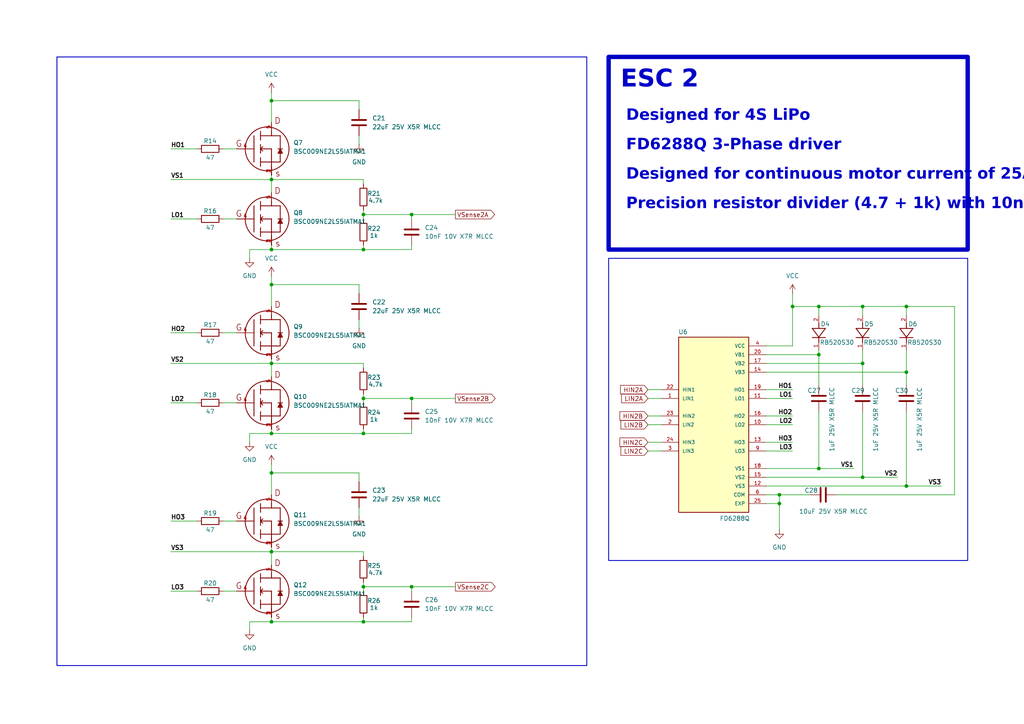
<source format=kicad_sch>
(kicad_sch (version 20250114) (generator "eeschema") (generator_version "9.0")
  (paper "A4")
  (lib_symbols
    (symbol "Device:C" (pin_numbers (hide yes)) (pin_names (offset 0.254))
      (property "Reference" "C" (at 0.635 2.54 0))
      (property "Value" "C" (at 0.635 -2.54 0))
      (symbol "C_0_1"
        (polyline (pts (xy -2.032 0.762) (xy 2.032 0.762)) (stroke (width 0.508)))
        (polyline (pts (xy -2.032 -0.762) (xy 2.032 -0.762)) (stroke (width 0.508)))
      )
      (symbol "C_1_1"
        (pin passive line (at 0 3.81 270) (length 2.794) (name "~") (number "1"))
        (pin passive line (at 0 -3.81 90) (length 2.794) (name "~") (number "2"))
      )
    )
    (symbol "Device:R" (pin_numbers (hide yes)) (pin_names (offset 0))
      (property "Reference" "R" (at 2.032 0 90))
      (property "Value" "R" (at 0 0 90))
      (symbol "R_0_1"
        (rectangle (start -1.016 -2.54) (end 1.016 2.54) (stroke (width 0.254)))
      )
      (symbol "R_1_1"
        (pin passive line (at 0 3.81 270) (length 1.27) (name "~") (number "1"))
        (pin passive line (at 0 -3.81 90) (length 1.27) (name "~") (number "2"))
      )
    )
    (symbol "Drone_components:BSC009NE2LS5IATMA1" (pin_names (offset 1.016))
      (property "Reference" "Q" (at -8.4364 10.4402 0))
      (property "Value" "BSC009NE2LS5IATMA1" (at -8.1775 -13.4343 0))
      (symbol "BSC009NE2LS5IATMA1_0_0"
        (polyline (pts (xy -2.54 3.81) (xy -2.54 -3.81)) (stroke (width 0.254)))
        (polyline (pts (xy -0.635 5.08) (xy -0.635 3.81)) (stroke (width 0.254)))
        (polyline (pts (xy -0.635 3.81) (xy -0.635 2.54)) (stroke (width 0.254)))
        (polyline (pts (xy -0.635 3.81) (xy 2.54 3.81)) (stroke (width 0.254)))
        (polyline (pts (xy -0.635 1.27) (xy -0.635 0)) (stroke (width 0.254)))
        (polyline (pts (xy -0.635 0) (xy -0.635 -1.27)) (stroke (width 0.254)))
        (polyline (pts (xy -0.635 0) (xy 0 0.635)) (stroke (width 0.254)))
        (polyline (pts (xy -0.635 0) (xy 0 -0.635)) (stroke (width 0.254)))
        (polyline (pts (xy -0.635 0) (xy 2.54 0)) (stroke (width 0.254)))
        (polyline (pts (xy -0.635 -2.54) (xy -0.635 -5.08)) (stroke (width 0.254)))
        (polyline (pts (xy -0.635 -3.81) (xy 5.08 -3.81)) (stroke (width 0.254)))
        (circle (center 1.27 0) (radius 6.35) (stroke (width 0.254)))
        (polyline (pts (xy 2.54 3.81) (xy 2.54 5.08)) (stroke (width 0.254)))
        (polyline (pts (xy 2.54 3.81) (xy 5.08 3.81)) (stroke (width 0.254)))
        (polyline (pts (xy 2.54 0) (xy 2.54 -5.08)) (stroke (width 0.254)))
        (polyline (pts (xy 4.445 0) (xy 5.08 0)) (stroke (width 0.254)))
        (polyline (pts (xy 4.445 -1.27) (xy 5.08 -1.27)) (stroke (width 0.254)))
        (polyline (pts (xy 4.628 -1.078) (xy 4.785 -0.921)) (stroke (width 0.254)))
        (polyline (pts (xy 4.785 -0.921) (xy 4.881 -0.921)) (stroke (width 0.254)))
        (polyline (pts (xy 4.866 -1.078) (xy 4.628 -1.078)) (stroke (width 0.254)))
        (polyline (pts (xy 4.894 -1.106) (xy 4.866 -1.078)) (stroke (width 0.254)))
        (polyline (pts (xy 4.908 -0.553) (xy 4.908 -1.092)) (stroke (width 0.254)))
        (polyline (pts (xy 4.908 -1.092) (xy 4.894 -1.106)) (stroke (width 0.254)))
        (polyline (pts (xy 4.976 -0.621) (xy 4.908 -0.553)) (stroke (width 0.254)))
        (polyline (pts (xy 5.08 3.81) (xy 5.08 0)) (stroke (width 0.254)))
        (polyline (pts (xy 5.08 0) (xy 4.445 -1.27)) (stroke (width 0.254)))
        (polyline (pts (xy 5.08 0) (xy 5.715 0)) (stroke (width 0.254)))
        (polyline (pts (xy 5.08 -1.27) (xy 5.715 -1.27)) (stroke (width 0.254)))
        (polyline (pts (xy 5.08 -3.81) (xy 5.08 -1.27)) (stroke (width 0.254)))
        (polyline (pts (xy 5.086 -0.328) (xy 5.086 -1.12)) (stroke (width 0.254)))
        (polyline (pts (xy 5.086 -1.12) (xy 5.099 -1.133)) (stroke (width 0.254)))
        (polyline (pts (xy 5.099 -1.133) (xy 5.502 -1.133)) (stroke (width 0.254)))
        (polyline (pts (xy 5.215 -0.628) (xy 5.222 -0.621)) (stroke (width 0.254)))
        (polyline (pts (xy 5.215 -0.819) (xy 5.215 -0.628)) (stroke (width 0.254)))
        (polyline (pts (xy 5.222 -0.621) (xy 4.976 -0.621)) (stroke (width 0.254)))
        (polyline (pts (xy 5.502 -1.106) (xy 5.215 -0.819)) (stroke (width 0.254)))
        (polyline (pts (xy 5.502 -1.133) (xy 5.502 -1.106)) (stroke (width 0.254)))
        (polyline (pts (xy 5.715 -1.27) (xy 5.08 0)) (stroke (width 0.254)))
        (text "G" (at -7.8948 0.5093 0) (effects (font (size 1.7827 1.7827)) (justify left bottom)))
        (text "D" (at 3.3087 7.1265 0) (effects (font (size 1.7816 1.7816)) (justify left bottom)))
        (text "s" (at 3.559 -8.1349 0) (effects (font (size 1.7795 1.7795)) (justify left bottom)))
        (pin passive line (at -7.62 0 0) (length 5.08) (name "~") (number "4"))
        (pin passive line (at 2.54 7.62 270) (length 2.54) (name "~") (number "5"))
        (pin passive line (at 2.54 -7.62 90) (length 2.54) (name "~") (number "1"))
        (pin passive line (at 2.54 -7.62 90) (length 2.54) (name "~") (number "2"))
        (pin passive line (at 2.54 -7.62 90) (length 2.54) (name "~") (number "3"))
      )
    )
    (symbol "Drone_components:FD6288Q" (pin_names (offset 1.016))
      (property "Reference" "U" (at -10.16 26.035 0))
      (property "Value" "FD6288Q" (at -10.16 -27.94 0))
      (symbol "FD6288Q_0_0"
        (rectangle (start -10.16 -25.4) (end 10.16 25.4) (stroke (width 0.254)) (fill (type background)))
        (pin input line (at -15.24 10.16 0) (length 5.08) (name "HIN1") (number "22"))
        (pin input line (at -15.24 7.62 0) (length 5.08) (name "LIN1") (number "1"))
        (pin input line (at -15.24 2.54 0) (length 5.08) (name "HIN2") (number "23"))
        (pin input line (at -15.24 0 0) (length 5.08) (name "LIN2") (number "2"))
        (pin input line (at -15.24 -5.08 0) (length 5.08) (name "HIN3") (number "24"))
        (pin input line (at -15.24 -7.62 0) (length 5.08) (name "LIN3") (number "3"))
        (pin power_in line (at 15.24 22.86 180) (length 5.08) (name "VCC") (number "4"))
        (pin power_in line (at 15.24 20.32 180) (length 5.08) (name "VB1") (number "20"))
        (pin power_in line (at 15.24 17.78 180) (length 5.08) (name "VB2") (number "17"))
        (pin power_in line (at 15.24 15.24 180) (length 5.08) (name "VB3") (number "14"))
        (pin output line (at 15.24 10.16 180) (length 5.08) (name "HO1") (number "19"))
        (pin output line (at 15.24 7.62 180) (length 5.08) (name "LO1") (number "11"))
        (pin output line (at 15.24 2.54 180) (length 5.08) (name "HO2") (number "16"))
        (pin output line (at 15.24 0 180) (length 5.08) (name "LO2") (number "10"))
        (pin output line (at 15.24 -5.08 180) (length 5.08) (name "HO3") (number "13"))
        (pin output line (at 15.24 -7.62 180) (length 5.08) (name "LO3") (number "9"))
        (pin power_in line (at 15.24 -12.7 180) (length 5.08) (name "VS1") (number "18"))
        (pin power_in line (at 15.24 -15.24 180) (length 5.08) (name "VS2") (number "15"))
        (pin power_in line (at 15.24 -17.78 180) (length 5.08) (name "VS3") (number "12"))
        (pin power_in line (at 15.24 -20.32 180) (length 5.08) (name "COM") (number "6"))
        (pin power_in line (at 15.24 -22.86 180) (length 5.08) (name "EXP") (number "25"))
      )
    )
    (symbol "Drone_components:RB520S30" (pin_names (offset 1.016))
      (property "Reference" "D" (at -2.541 2.541 0))
      (property "Value" "RB520S30" (at -2.544 -5.0881 0))
      (symbol "RB520S30_0_0"
        (polyline (pts (xy -1.397 0) (xy -2.794 0)) (stroke (width 0.254)))
        (polyline (pts (xy -1.397 -1.905) (xy -1.397 1.905)) (stroke (width 0.254)))
        (polyline (pts (xy -1.27 0) (xy 1.27 -1.905)) (stroke (width 0.254)))
        (polyline (pts (xy 1.27 1.905) (xy -1.27 0)) (stroke (width 0.254)))
        (polyline (pts (xy 1.27 -1.905) (xy 1.27 1.905)) (stroke (width 0.254)))
        (polyline (pts (xy 1.397 0) (xy 2.794 0)) (stroke (width 0.254)))
        (pin passive line (at -5.08 0 0) (length 2.54) (name "~") (number "1"))
        (pin passive line (at 5.08 0 180) (length 2.54) (name "~") (number "2"))
      )
    )
    (symbol "power:GND" (power) (pin_numbers (hide yes)) (pin_names (offset 0) (hide yes))
      (property "Value" "GND" (at 0 -3.81 0))
      (symbol "GND_0_1"
        (polyline (pts (xy 0 0) (xy 0 -1.27) (xy 1.27 -1.27) (xy 0 -2.54) (xy -1.27 -1.27) (xy 0 -1.27)))
      )
      (symbol "GND_1_1"
        (pin power_in line (at 0 0 270) (length 0) (name "~") (number "1"))
      )
    )
    (symbol "power:VCC" (power) (pin_numbers (hide yes)) (pin_names (offset 0) (hide yes))
      (property "Value" "VCC" (at 0 3.556 0))
      (symbol "VCC_0_1"
        (polyline (pts (xy -0.762 1.27) (xy 0 2.54)))
        (polyline (pts (xy 0 2.54) (xy 0.762 1.27)))
        (polyline (pts (xy 0 0) (xy 0 2.54)))
      )
      (symbol "VCC_1_1"
        (pin power_in line (at 0 0 90) (length 0) (name "~") (number "1"))
      )
    )
  )
  (rectangle (start 176.53 16.51) (end 280.67 72.39) (stroke (width 1.27)))
  (rectangle (start 16.51 16.51) (end 170.18 193.04) (stroke (width 0.254)))
  (rectangle (start 176.53 74.93) (end 280.67 162.56) (stroke (width 0.254)))
  (text_box "ESC 2\n_{ Designed for 4S LiPo}\n_{ FD6288Q 3-Phase driver}\n_{ Designed for continuous motor current of 25A ( 30A max )}\n_{ Precision resistor divider (4.7 + 1k) with 10nF filter}" (at 179.07 19.05 0) (size 95.25 48.26) (margins 0.9525 0.9525 0.9525 0.9525) (stroke (width -0.0001)) (effects (font (size 5.08 5.08) (bold yes)) (justify left top)))
  (junction (at 78.74 125.73))
  (junction (at 262.89 107.95))
  (junction (at 119.38 115.57))
  (junction (at 78.74 105.41))
  (junction (at 105.41 170.18))
  (junction (at 250.19 105.41))
  (junction (at 78.74 137.16))
  (junction (at 226.06 143.51))
  (junction (at 226.06 146.05))
  (junction (at 105.41 115.57))
  (junction (at 78.74 82.55))
  (junction (at 237.49 88.9))
  (junction (at 119.38 62.23))
  (junction (at 78.74 29.21))
  (junction (at 262.89 140.97))
  (junction (at 229.87 88.9))
  (junction (at 250.19 138.43))
  (junction (at 237.49 102.87))
  (junction (at 78.74 160.02))
  (junction (at 105.41 125.73))
  (junction (at 78.74 72.39))
  (junction (at 237.49 135.89))
  (junction (at 119.38 170.18))
  (junction (at 250.19 88.9))
  (junction (at 105.41 62.23))
  (junction (at 262.89 88.9))
  (junction (at 78.74 180.34))
  (junction (at 78.74 52.07))
  (junction (at 105.41 180.34))
  (junction (at 105.41 72.39))
  (wire (pts (xy 250.19 105.41) (xy 250.19 111.76)))
  (wire (pts (xy 237.49 101.6) (xy 237.49 102.87)))
  (wire (pts (xy 226.06 143.51) (xy 226.06 146.05)))
  (wire (pts (xy 105.41 179.07) (xy 105.41 180.34)))
  (wire (pts (xy 78.74 82.55) (xy 78.74 88.9)))
  (wire (pts (xy 105.41 62.23) (xy 105.41 63.5)))
  (wire (pts (xy 105.41 52.07) (xy 105.41 53.34)))
  (wire (pts (xy 262.89 107.95) (xy 262.89 101.6)))
  (wire (pts (xy 226.06 153.67) (xy 226.06 146.05)))
  (wire (pts (xy 105.41 71.12) (xy 105.41 72.39)))
  (wire (pts (xy 78.74 29.21) (xy 78.74 35.56)))
  (wire (pts (xy 78.74 105.41) (xy 105.41 105.41)))
  (wire (pts (xy 104.14 92.71) (xy 104.14 95.25)))
  (wire (pts (xy 250.19 138.43) (xy 260.35 138.43)))
  (wire (pts (xy 104.14 139.7) (xy 104.14 137.16)))
  (wire (pts (xy 78.74 80.01) (xy 78.74 82.55)))
  (wire (pts (xy 64.77 96.52) (xy 68.58 96.52)))
  (wire (pts (xy 49.53 43.18) (xy 57.15 43.18)))
  (wire (pts (xy 222.25 115.57) (xy 229.87 115.57)))
  (wire (pts (xy 105.41 105.41) (xy 105.41 106.68)))
  (wire (pts (xy 72.39 182.88) (xy 72.39 180.34)))
  (wire (pts (xy 262.89 140.97) (xy 222.25 140.97)))
  (wire (pts (xy 222.25 105.41) (xy 250.19 105.41)))
  (wire (pts (xy 104.14 39.37) (xy 104.14 41.91)))
  (wire (pts (xy 78.74 50.8) (xy 78.74 52.07)))
  (wire (pts (xy 262.89 88.9) (xy 276.86 88.9)))
  (wire (pts (xy 234.95 143.51) (xy 226.06 143.51)))
  (wire (pts (xy 119.38 71.12) (xy 119.38 72.39)))
  (wire (pts (xy 105.41 115.57) (xy 105.41 116.84)))
  (wire (pts (xy 72.39 74.93) (xy 72.39 72.39)))
  (wire (pts (xy 64.77 151.13) (xy 68.58 151.13)))
  (wire (pts (xy 119.38 179.07) (xy 119.38 180.34)))
  (wire (pts (xy 104.14 85.09) (xy 104.14 82.55)))
  (wire (pts (xy 187.96 130.81) (xy 191.77 130.81)))
  (wire (pts (xy 237.49 135.89) (xy 247.65 135.89)))
  (wire (pts (xy 229.87 85.09) (xy 229.87 88.9)))
  (wire (pts (xy 104.14 31.75) (xy 104.14 29.21)))
  (wire (pts (xy 237.49 135.89) (xy 237.49 119.38)))
  (wire (pts (xy 72.39 125.73) (xy 78.74 125.73)))
  (wire (pts (xy 119.38 115.57) (xy 132.08 115.57)))
  (wire (pts (xy 78.74 71.12) (xy 78.74 72.39)))
  (wire (pts (xy 78.74 160.02) (xy 78.74 163.83)))
  (wire (pts (xy 250.19 119.38) (xy 250.19 138.43)))
  (wire (pts (xy 250.19 91.44) (xy 250.19 88.9)))
  (wire (pts (xy 105.41 124.46) (xy 105.41 125.73)))
  (wire (pts (xy 119.38 170.18) (xy 132.08 170.18)))
  (wire (pts (xy 222.25 120.65) (xy 229.87 120.65)))
  (wire (pts (xy 222.25 123.19) (xy 229.87 123.19)))
  (wire (pts (xy 78.74 137.16) (xy 78.74 143.51)))
  (wire (pts (xy 119.38 171.45) (xy 119.38 170.18)))
  (wire (pts (xy 72.39 180.34) (xy 78.74 180.34)))
  (wire (pts (xy 78.74 52.07) (xy 78.74 55.88)))
  (wire (pts (xy 276.86 88.9) (xy 276.86 143.51)))
  (wire (pts (xy 78.74 160.02) (xy 105.41 160.02)))
  (wire (pts (xy 78.74 104.14) (xy 78.74 105.41)))
  (wire (pts (xy 187.96 120.65) (xy 191.77 120.65)))
  (wire (pts (xy 49.53 151.13) (xy 57.15 151.13)))
  (wire (pts (xy 250.19 88.9) (xy 237.49 88.9)))
  (wire (pts (xy 222.25 128.27) (xy 229.87 128.27)))
  (wire (pts (xy 49.53 63.5) (xy 57.15 63.5)))
  (wire (pts (xy 78.74 180.34) (xy 105.41 180.34)))
  (wire (pts (xy 105.41 114.3) (xy 105.41 115.57)))
  (wire (pts (xy 78.74 158.75) (xy 78.74 160.02)))
  (wire (pts (xy 237.49 102.87) (xy 237.49 111.76)))
  (wire (pts (xy 72.39 72.39) (xy 78.74 72.39)))
  (wire (pts (xy 237.49 91.44) (xy 237.49 88.9)))
  (wire (pts (xy 226.06 146.05) (xy 222.25 146.05)))
  (wire (pts (xy 119.38 72.39) (xy 105.41 72.39)))
  (wire (pts (xy 78.74 29.21) (xy 104.14 29.21)))
  (wire (pts (xy 78.74 124.46) (xy 78.74 125.73)))
  (wire (pts (xy 250.19 105.41) (xy 250.19 101.6)))
  (wire (pts (xy 64.77 171.45) (xy 68.58 171.45)))
  (wire (pts (xy 119.38 125.73) (xy 105.41 125.73)))
  (wire (pts (xy 262.89 107.95) (xy 262.89 111.76)))
  (wire (pts (xy 104.14 147.32) (xy 104.14 149.86)))
  (wire (pts (xy 105.41 60.96) (xy 105.41 62.23)))
  (wire (pts (xy 49.53 105.41) (xy 78.74 105.41)))
  (wire (pts (xy 105.41 62.23) (xy 119.38 62.23)))
  (wire (pts (xy 187.96 113.03) (xy 191.77 113.03)))
  (wire (pts (xy 119.38 62.23) (xy 132.08 62.23)))
  (wire (pts (xy 119.38 180.34) (xy 105.41 180.34)))
  (wire (pts (xy 250.19 138.43) (xy 222.25 138.43)))
  (wire (pts (xy 262.89 119.38) (xy 262.89 140.97)))
  (wire (pts (xy 105.41 168.91) (xy 105.41 170.18)))
  (wire (pts (xy 222.25 102.87) (xy 237.49 102.87)))
  (wire (pts (xy 78.74 82.55) (xy 104.14 82.55)))
  (wire (pts (xy 78.74 179.07) (xy 78.74 180.34)))
  (wire (pts (xy 78.74 52.07) (xy 105.41 52.07)))
  (wire (pts (xy 187.96 115.57) (xy 191.77 115.57)))
  (wire (pts (xy 262.89 91.44) (xy 262.89 88.9)))
  (wire (pts (xy 49.53 96.52) (xy 57.15 96.52)))
  (wire (pts (xy 262.89 140.97) (xy 273.05 140.97)))
  (wire (pts (xy 78.74 26.67) (xy 78.74 29.21)))
  (wire (pts (xy 222.25 107.95) (xy 262.89 107.95)))
  (wire (pts (xy 229.87 88.9) (xy 237.49 88.9)))
  (wire (pts (xy 229.87 88.9) (xy 229.87 100.33)))
  (wire (pts (xy 222.25 135.89) (xy 237.49 135.89)))
  (wire (pts (xy 262.89 88.9) (xy 250.19 88.9)))
  (wire (pts (xy 78.74 72.39) (xy 105.41 72.39)))
  (wire (pts (xy 222.25 130.81) (xy 229.87 130.81)))
  (wire (pts (xy 222.25 113.03) (xy 229.87 113.03)))
  (wire (pts (xy 78.74 134.62) (xy 78.74 137.16)))
  (wire (pts (xy 119.38 63.5) (xy 119.38 62.23)))
  (wire (pts (xy 49.53 52.07) (xy 78.74 52.07)))
  (wire (pts (xy 105.41 170.18) (xy 105.41 171.45)))
  (wire (pts (xy 187.96 128.27) (xy 191.77 128.27)))
  (wire (pts (xy 226.06 143.51) (xy 222.25 143.51)))
  (wire (pts (xy 119.38 124.46) (xy 119.38 125.73)))
  (wire (pts (xy 187.96 123.19) (xy 191.77 123.19)))
  (wire (pts (xy 78.74 105.41) (xy 78.74 109.22)))
  (wire (pts (xy 64.77 116.84) (xy 68.58 116.84)))
  (wire (pts (xy 105.41 170.18) (xy 119.38 170.18)))
  (wire (pts (xy 276.86 143.51) (xy 242.57 143.51)))
  (wire (pts (xy 105.41 115.57) (xy 119.38 115.57)))
  (wire (pts (xy 78.74 137.16) (xy 104.14 137.16)))
  (wire (pts (xy 105.41 160.02) (xy 105.41 161.29)))
  (wire (pts (xy 78.74 125.73) (xy 105.41 125.73)))
  (wire (pts (xy 64.77 43.18) (xy 68.58 43.18)))
  (wire (pts (xy 72.39 128.27) (xy 72.39 125.73)))
  (wire (pts (xy 49.53 116.84) (xy 57.15 116.84)))
  (wire (pts (xy 222.25 100.33) (xy 229.87 100.33)))
  (wire (pts (xy 119.38 116.84) (xy 119.38 115.57)))
  (wire (pts (xy 49.53 171.45) (xy 57.15 171.45)))
  (wire (pts (xy 64.77 63.5) (xy 68.58 63.5)))
  (wire (pts (xy 49.53 160.02) (xy 78.74 160.02)))
  (label "HO1" (at 49.53 43.18 0) (effects (font (thickness 0.254) (bold yes))))
  (label "HO3" (at 49.53 151.13 0) (effects (font (thickness 0.254) (bold yes))))
  (label "LO1" (at 229.87 115.57 180) (effects (font (thickness 0.254) (bold yes))))
  (label "VS3" (at 273.05 140.97 180) (effects (font (thickness 0.254) (bold yes))))
  (label "VS1" (at 49.53 52.07 0) (effects (font (thickness 0.254) (bold yes))))
  (label "LO2" (at 229.87 123.19 180) (effects (font (thickness 0.254) (bold yes))))
  (label "VS2" (at 260.35 138.43 180) (effects (font (thickness 0.254) (bold yes))))
  (label "VS2" (at 49.53 105.41 0) (effects (font (thickness 0.254) (bold yes))))
  (label "VS1" (at 247.65 135.89 180) (effects (font (thickness 0.254) (bold yes))))
  (label "HO3" (at 229.87 128.27 180) (effects (font (thickness 0.254) (bold yes))))
  (label "HO1" (at 229.87 113.03 180) (effects (font (thickness 0.254) (bold yes))))
  (label "LO2" (at 49.53 116.84 0) (effects (font (thickness 0.254) (bold yes))))
  (label "VS3" (at 49.53 160.02 0) (effects (font (thickness 0.254) (bold yes))))
  (label "LO1" (at 49.53 63.5 0) (effects (font (thickness 0.254) (bold yes))))
  (label "LO3" (at 49.53 171.45 0) (effects (font (thickness 0.254) (bold yes))))
  (label "HO2" (at 49.53 96.52 0) (effects (font (thickness 0.254) (bold yes))))
  (label "HO2" (at 229.87 120.65 180) (effects (font (thickness 0.254) (bold yes))))
  (label "LO3" (at 229.87 130.81 180) (effects (font (thickness 0.254) (bold yes))))
  (global_label "VSense2A" (shape output) (at 132.08 62.23 0) (property "Intersheetrefs" "${INTERSHEET_REFS}" (effects (hide yes))))
  (global_label "VSense2C" (shape output) (at 132.08 170.18 0) (property "Intersheetrefs" "${INTERSHEET_REFS}" (effects (hide yes))))
  (global_label "VSense2B" (shape output) (at 132.08 115.57 0) (property "Intersheetrefs" "${INTERSHEET_REFS}" (effects (hide yes))))
  (global_label "LIN2A" (shape input) (at 187.96 115.57 180) (property "Intersheetrefs" "${INTERSHEET_REFS}" (effects (hide yes))))
  (global_label "HIN2B" (shape input) (at 187.96 120.65 180) (property "Intersheetrefs" "${INTERSHEET_REFS}" (effects (hide yes))))
  (global_label "HIN2C" (shape input) (at 187.96 128.27 180) (property "Intersheetrefs" "${INTERSHEET_REFS}" (effects (hide yes))))
  (global_label "HIN2A" (shape input) (at 187.96 113.03 180) (property "Intersheetrefs" "${INTERSHEET_REFS}" (effects (hide yes))))
  (global_label "LIN2C" (shape input) (at 187.96 130.81 180) (property "Intersheetrefs" "${INTERSHEET_REFS}" (effects (hide yes))))
  (global_label "LIN2B" (shape input) (at 187.96 123.19 180) (property "Intersheetrefs" "${INTERSHEET_REFS}" (effects (hide yes))))
  (symbol (lib_id "Device:C") (at 119.38 67.31 0) (unit 1)
    (property "Reference" "C24" (at 123.19 66.0399 0) (effects (justify left)))
    (property "Value" "10nF 10V X7R MLCC" (at 123.19 68.5799 0) (effects (justify left)))
    (property "Footprint" "Capacitor_SMD:C_0402_1005Metric" (effects (hide yes)))
    (property "Description" "Unpolarized capacitor" (effects (hide yes)))
    (property "JLCPCB part" "C15195" (effects (hide yes)))
  )
  (symbol (lib_id "Device:C") (at 119.38 120.65 0) (unit 1)
    (property "Reference" "C25" (at 123.19 119.3799 0) (effects (justify left)))
    (property "Value" "10nF 10V X7R MLCC" (at 123.19 121.9199 0) (effects (justify left)))
    (property "Footprint" "Capacitor_SMD:C_0402_1005Metric" (effects (hide yes)))
    (property "Description" "Unpolarized capacitor" (effects (hide yes)))
    (property "JLCPCB part" "C15195" (effects (hide yes)))
  )
  (symbol (lib_id "Device:C") (at 104.14 143.51 0) (unit 1)
    (property "Reference" "C23" (at 107.95 142.2399 0) (effects (justify left)))
    (property "Value" "22uF 25V X5R MLCC" (at 107.95 144.7799 0) (effects (justify left)))
    (property "Footprint" "Capacitor_SMD:C_0805_2012Metric" (effects (hide yes)))
    (property "Description" "Unpolarized capacitor" (effects (hide yes)))
    (property "JLCPCB part" "C45783" (effects (hide yes)))
  )
  (symbol (lib_id "Drone_components:RB520S30") (at 262.89 96.52 90) (unit 1)
    (property "Reference" "D6" (at 263.398 93.98 90) (effects (justify right)))
    (property "Value" "RB520S30" (at 263.144 99.314 90) (effects (justify right)))
    (property "Footprint" "Drone_components:RB520S30" (effects (hide yes)))
    (property "MANUFACTURER" "Fairchild Semiconductor" (effects (hide yes)))
    (property "JLCPCB part" "C8522" (effects (hide yes)))
  )
  (symbol (lib_id "Device:R") (at 105.41 175.26 180) (unit 1)
    (property "Reference" "R26" (at 108.458 174.244 0))
    (property "Value" "1k" (at 108.458 176.276 0))
    (property "Footprint" "Resistor_SMD:R_0402_1005Metric" (effects (hide yes)))
    (property "Description" "Resistor" (effects (hide yes)))
    (property "JLCPCB part" "C11702" (effects (hide yes)))
  )
  (symbol (lib_id "Device:R") (at 105.41 165.1 180) (unit 1)
    (property "Reference" "R25" (at 108.458 164.084 0))
    (property "Value" "4.7k" (at 108.966 166.116 0))
    (property "Footprint" "Resistor_SMD:R_0402_1005Metric" (effects (hide yes)))
    (property "Description" "Resistor" (effects (hide yes)))
    (property "JLCPCB part" "C25900" (effects (hide yes)))
  )
  (symbol (lib_id "power:VCC") (at 229.87 85.09 0) (unit 1)
    (property "Reference" "#PWR041" (effects (hide yes)))
    (property "Value" "VCC" (at 229.87 80.01 0))
    (property "Description" "Power symbol creates a global label with name \"VCC\"" (effects (hide yes)))
  )
  (symbol (lib_id "Device:R") (at 105.41 120.65 180) (unit 1)
    (property "Reference" "R24" (at 108.458 119.634 0))
    (property "Value" "1k" (at 108.458 121.666 0))
    (property "Footprint" "Resistor_SMD:R_0402_1005Metric" (effects (hide yes)))
    (property "Description" "Resistor" (effects (hide yes)))
    (property "JLCPCB part" "C11702" (effects (hide yes)))
  )
  (symbol (lib_id "Device:C") (at 237.49 115.57 0) (unit 1)
    (property "Reference" "C27" (at 234.188 113.284 0) (effects (justify left)))
    (property "Value" "1uF 25V X5R MLCC" (at 241.3 131.064 90) (effects (justify left)))
    (property "Footprint" "Capacitor_SMD:C_0402_1005Metric" (effects (hide yes)))
    (property "Datasheet" "https://lcsc.com/datasheet/lcsc_datasheet_2304140030_Samsung-Electro-Mechanics-CL32B226KAJNNNE_C309062.pdf" (effects (hide yes)))
    (property "Description" "Unpolarized capacitor" (effects (hide yes)))
    (property "JLCPCB part" "C52923 " (effects (hide yes)))
  )
  (symbol (lib_id "Device:R") (at 60.96 151.13 90) (unit 1)
    (property "Reference" "R19" (at 60.96 148.844 90))
    (property "Value" "47" (at 60.96 153.67 90))
    (property "Footprint" "Resistor_SMD:R_0402_1005Metric" (effects (hide yes)))
    (property "Description" "Resistor" (effects (hide yes)))
    (property "JLCPCB part" "C25105" (effects (hide yes)))
  )
  (symbol (lib_id "Device:C") (at 119.38 175.26 0) (unit 1)
    (property "Reference" "C26" (at 123.19 173.9899 0) (effects (justify left)))
    (property "Value" "10nF 10V X7R MLCC" (at 123.19 176.5299 0) (effects (justify left)))
    (property "Footprint" "Capacitor_SMD:C_0402_1005Metric" (effects (hide yes)))
    (property "Description" "Unpolarized capacitor" (effects (hide yes)))
    (property "JLCPCB part" "C15195" (effects (hide yes)))
  )
  (symbol (lib_id "power:GND") (at 72.39 128.27 0) (unit 1)
    (property "Reference" "#PWR032" (effects (hide yes)))
    (property "Value" "GND" (at 72.39 133.35 0))
    (property "Description" "Power symbol creates a global label with name \"GND\" , ground" (effects (hide yes)))
  )
  (symbol (lib_id "Drone_components:BSC009NE2LS5IATMA1") (at 76.2 96.52 0) (unit 1)
    (property "Reference" "Q9" (at 85.09 94.7371 0) (effects (justify left)))
    (property "Value" "BSC009NE2LS5IATMA1" (at 85.09 97.2771 0) (effects (justify left)))
    (property "Footprint" "Drone_components:BSC093N04LSGATMA1" (effects (hide yes)))
    (property "Description" "MOSFET N-CH 25V 40A 8TDSON IND" (effects (hide yes)))
    (property "MF" "Infineon Technologies" (effects (hide yes)))
    (property "PACKAGE" "PowerTDFN-8 Infineon" (effects (hide yes)))
    (property "PRICE" "1.32 USD" (effects (hide yes)))
    (property "MP" "BSC009NE2LS5IATMA1" (effects (hide yes)))
    (property "AVAILABILITY" "Good" (effects (hide yes)))
    (property "JLCPCB part" "C122543" (effects (hide yes)))
  )
  (symbol (lib_id "Device:R") (at 105.41 57.15 180) (unit 1)
    (property "Reference" "R21" (at 108.458 56.134 0))
    (property "Value" "4.7k" (at 108.966 58.166 0))
    (property "Footprint" "Resistor_SMD:R_0402_1005Metric" (effects (hide yes)))
    (property "Description" "Resistor" (effects (hide yes)))
    (property "JLCPCB part" "C25900" (effects (hide yes)))
  )
  (symbol (lib_id "Device:R") (at 105.41 110.49 180) (unit 1)
    (property "Reference" "R23" (at 108.458 109.474 0))
    (property "Value" "4.7k" (at 108.966 111.506 0))
    (property "Footprint" "Resistor_SMD:R_0402_1005Metric" (effects (hide yes)))
    (property "Description" "Resistor" (effects (hide yes)))
    (property "JLCPCB part" "C25900" (effects (hide yes)))
  )
  (symbol (lib_id "Drone_components:FD6288Q") (at 207.01 123.19 0) (unit 1)
    (property "Reference" "U6" (at 198.12 96.266 0))
    (property "Value" "FD6288Q" (at 213.106 150.368 0))
    (property "Footprint" "Drone_components:FD6288Q" (effects (hide yes)))
    (property "MF" "Fortior Tech" (effects (hide yes)))
    (property "Description_1" "MOS Drivers QFN-24" (effects (hide yes)))
    (property "Package" "Package" (effects (hide yes)))
    (property "Price" "None" (effects (hide yes)))
    (property "Check_prices" "https://www.snapeda.com/parts/FD6288Q/Fortior+Tech/view-part/?ref=eda" (effects (hide yes)))
    (property "STANDARD" "IPC-7351B" (effects (hide yes)))
    (property "SnapEDA_Link" "https://www.snapeda.com/parts/FD6288Q/Fortior+Tech/view-part/?ref=snap" (effects (hide yes)))
    (property "MP" "FD6288Q" (effects (hide yes)))
    (property "Availability" "Not in stock" (effects (hide yes)))
    (property "MANUFACTURER" "Fortior Tech" (effects (hide yes)))
    (property "JLCPCB part" "C328453" (effects (hide yes)))
  )
  (symbol (lib_id "Drone_components:BSC009NE2LS5IATMA1") (at 76.2 151.13 0) (unit 1)
    (property "Reference" "Q11" (at 85.09 149.3471 0) (effects (justify left)))
    (property "Value" "BSC009NE2LS5IATMA1" (at 85.09 151.8871 0) (effects (justify left)))
    (property "Footprint" "Drone_components:BSC093N04LSGATMA1" (effects (hide yes)))
    (property "Description" "MOSFET N-CH 25V 40A 8TDSON IND" (effects (hide yes)))
    (property "MF" "Infineon Technologies" (effects (hide yes)))
    (property "PACKAGE" "PowerTDFN-8 Infineon" (effects (hide yes)))
    (property "PRICE" "1.32 USD" (effects (hide yes)))
    (property "MP" "BSC009NE2LS5IATMA1" (effects (hide yes)))
    (property "AVAILABILITY" "Good" (effects (hide yes)))
    (property "JLCPCB part" "C122543" (effects (hide yes)))
  )
  (symbol (lib_id "power:GND") (at 104.14 149.86 0) (unit 1)
    (property "Reference" "#PWR039" (effects (hide yes)))
    (property "Value" "GND" (at 104.14 154.94 0))
    (property "Description" "Power symbol creates a global label with name \"GND\" , ground" (effects (hide yes)))
  )
  (symbol (lib_id "Drone_components:BSC009NE2LS5IATMA1") (at 76.2 116.84 0) (unit 1)
    (property "Reference" "Q10" (at 85.09 115.0571 0) (effects (justify left)))
    (property "Value" "BSC009NE2LS5IATMA1" (at 85.09 117.5971 0) (effects (justify left)))
    (property "Footprint" "Drone_components:BSC093N04LSGATMA1" (effects (hide yes)))
    (property "Description" "MOSFET N-CH 25V 40A 8TDSON IND" (effects (hide yes)))
    (property "MF" "Infineon Technologies" (effects (hide yes)))
    (property "PACKAGE" "PowerTDFN-8 Infineon" (effects (hide yes)))
    (property "PRICE" "1.32 USD" (effects (hide yes)))
    (property "MP" "BSC009NE2LS5IATMA1" (effects (hide yes)))
    (property "AVAILABILITY" "Good" (effects (hide yes)))
    (property "JLCPCB part" "C122543" (effects (hide yes)))
  )
  (symbol (lib_id "Device:C") (at 262.89 115.57 0) (unit 1)
    (property "Reference" "C30" (at 259.588 113.284 0) (effects (justify left)))
    (property "Value" "1uF 25V X5R MLCC" (at 266.7 131.064 90) (effects (justify left)))
    (property "Footprint" "Capacitor_SMD:C_0402_1005Metric" (effects (hide yes)))
    (property "Datasheet" "https://lcsc.com/datasheet/lcsc_datasheet_2304140030_Samsung-Electro-Mechanics-CL32B226KAJNNNE_C309062.pdf" (effects (hide yes)))
    (property "Description" "Unpolarized capacitor" (effects (hide yes)))
    (property "JLCPCB part" "C52923 " (effects (hide yes)))
  )
  (symbol (lib_id "power:VCC") (at 78.74 26.67 0) (unit 1)
    (property "Reference" "#PWR034" (effects (hide yes)))
    (property "Value" "VCC" (at 78.74 21.59 0))
    (property "Description" "Power symbol creates a global label with name \"VCC\"" (effects (hide yes)))
  )
  (symbol (lib_id "Drone_components:RB520S30") (at 250.19 96.52 90) (unit 1)
    (property "Reference" "D5" (at 250.698 93.98 90) (effects (justify right)))
    (property "Value" "RB520S30" (at 250.444 99.314 90) (effects (justify right)))
    (property "Footprint" "Drone_components:RB520S30" (effects (hide yes)))
    (property "MANUFACTURER" "Fairchild Semiconductor" (effects (hide yes)))
    (property "JLCPCB part" "C8522" (effects (hide yes)))
  )
  (symbol (lib_id "Device:C") (at 104.14 88.9 0) (unit 1)
    (property "Reference" "C22" (at 107.95 87.6299 0) (effects (justify left)))
    (property "Value" "22uF 25V X5R MLCC" (at 107.95 90.1699 0) (effects (justify left)))
    (property "Footprint" "Capacitor_SMD:C_0805_2012Metric" (effects (hide yes)))
    (property "Description" "Unpolarized capacitor" (effects (hide yes)))
    (property "JLCPCB part" "C45783" (effects (hide yes)))
  )
  (symbol (lib_id "Device:C") (at 250.19 115.57 0) (unit 1)
    (property "Reference" "C29" (at 246.888 113.284 0) (effects (justify left)))
    (property "Value" "1uF 25V X5R MLCC" (at 254 131.064 90) (effects (justify left)))
    (property "Footprint" "Capacitor_SMD:C_0402_1005Metric" (effects (hide yes)))
    (property "Datasheet" "https://lcsc.com/datasheet/lcsc_datasheet_2304140030_Samsung-Electro-Mechanics-CL32B226KAJNNNE_C309062.pdf" (effects (hide yes)))
    (property "Description" "Unpolarized capacitor" (effects (hide yes)))
    (property "JLCPCB part" "C52923 " (effects (hide yes)))
  )
  (symbol (lib_id "power:GND") (at 226.06 153.67 0) (unit 1)
    (property "Reference" "#PWR040" (effects (hide yes)))
    (property "Value" "GND" (at 226.06 158.75 0))
    (property "Description" "Power symbol creates a global label with name \"GND\" , ground" (effects (hide yes)))
  )
  (symbol (lib_id "Device:R") (at 105.41 67.31 180) (unit 1)
    (property "Reference" "R22" (at 108.458 66.294 0))
    (property "Value" "1k" (at 108.458 68.326 0))
    (property "Footprint" "Resistor_SMD:R_0402_1005Metric" (effects (hide yes)))
    (property "Description" "Resistor" (effects (hide yes)))
    (property "JLCPCB part" "C11702" (effects (hide yes)))
  )
  (symbol (lib_id "power:VCC") (at 78.74 134.62 0) (unit 1)
    (property "Reference" "#PWR036" (effects (hide yes)))
    (property "Value" "VCC" (at 78.74 129.54 0))
    (property "Description" "Power symbol creates a global label with name \"VCC\"" (effects (hide yes)))
  )
  (symbol (lib_id "Drone_components:BSC009NE2LS5IATMA1") (at 76.2 43.18 0) (unit 1)
    (property "Reference" "Q7" (at 85.09 41.3971 0) (effects (justify left)))
    (property "Value" "BSC009NE2LS5IATMA1" (at 85.09 43.9371 0) (effects (justify left)))
    (property "Footprint" "Drone_components:BSC093N04LSGATMA1" (effects (hide yes)))
    (property "Description" "MOSFET N-CH 25V 40A 8TDSON IND" (effects (hide yes)))
    (property "MF" "Infineon Technologies" (effects (hide yes)))
    (property "PACKAGE" "PowerTDFN-8 Infineon" (effects (hide yes)))
    (property "PRICE" "1.32 USD" (effects (hide yes)))
    (property "MP" "BSC009NE2LS5IATMA1" (effects (hide yes)))
    (property "AVAILABILITY" "Good" (effects (hide yes)))
    (property "JLCPCB part" "C122543" (effects (hide yes)))
  )
  (symbol (lib_id "Device:R") (at 60.96 63.5 90) (unit 1)
    (property "Reference" "R16" (at 60.96 61.214 90))
    (property "Value" "47" (at 60.96 66.04 90))
    (property "Footprint" "Resistor_SMD:R_0402_1005Metric" (effects (hide yes)))
    (property "Description" "Resistor" (effects (hide yes)))
    (property "JLCPCB part" "C25105" (effects (hide yes)))
  )
  (symbol (lib_id "Device:R") (at 60.96 43.18 90) (unit 1)
    (property "Reference" "R14" (at 60.96 40.894 90))
    (property "Value" "47" (at 60.96 45.72 90))
    (property "Footprint" "Resistor_SMD:R_0402_1005Metric" (effects (hide yes)))
    (property "Description" "Resistor" (effects (hide yes)))
    (property "JLCPCB part" "C25105" (effects (hide yes)))
  )
  (symbol (lib_id "power:GND") (at 72.39 182.88 0) (unit 1)
    (property "Reference" "#PWR033" (effects (hide yes)))
    (property "Value" "GND" (at 72.39 187.96 0))
    (property "Description" "Power symbol creates a global label with name \"GND\" , ground" (effects (hide yes)))
  )
  (symbol (lib_id "Drone_components:RB520S30") (at 237.49 96.52 90) (unit 1)
    (property "Reference" "D4" (at 237.998 93.98 90) (effects (justify right)))
    (property "Value" "RB520S30" (at 237.744 99.314 90) (effects (justify right)))
    (property "Footprint" "Drone_components:RB520S30" (effects (hide yes)))
    (property "MANUFACTURER" "Fairchild Semiconductor" (effects (hide yes)))
    (property "JLCPCB part" "C8522" (effects (hide yes)))
  )
  (symbol (lib_id "power:VCC") (at 78.74 80.01 0) (unit 1)
    (property "Reference" "#PWR035" (effects (hide yes)))
    (property "Value" "VCC" (at 78.74 74.93 0))
    (property "Description" "Power symbol creates a global label with name \"VCC\"" (effects (hide yes)))
  )
  (symbol (lib_id "Device:C") (at 238.76 143.51 90) (unit 1)
    (property "Reference" "C28" (at 237.236 142.24 90) (effects (justify left)))
    (property "Value" "10uF 25V X5R MLCC" (at 251.714 148.336 90) (effects (justify left)))
    (property "Footprint" "Capacitor_SMD:C_0603_1608Metric" (effects (hide yes)))
    (property "Datasheet" "https://lcsc.com/datasheet/lcsc_datasheet_2304140030_Samsung-Electro-Mechanics-CL32B226KAJNNNE_C309062.pdf" (effects (hide yes)))
    (property "Description" "Unpolarized capacitor" (effects (hide yes)))
    (property "JLCPCB part" "C96446" (effects (hide yes)))
  )
  (symbol (lib_id "power:GND") (at 72.39 74.93 0) (unit 1)
    (property "Reference" "#PWR031" (effects (hide yes)))
    (property "Value" "GND" (at 72.39 80.01 0))
    (property "Description" "Power symbol creates a global label with name \"GND\" , ground" (effects (hide yes)))
  )
  (symbol (lib_id "Device:R") (at 60.96 96.52 90) (unit 1)
    (property "Reference" "R17" (at 60.96 94.234 90))
    (property "Value" "47" (at 60.96 99.06 90))
    (property "Footprint" "Resistor_SMD:R_0402_1005Metric" (effects (hide yes)))
    (property "Description" "Resistor" (effects (hide yes)))
    (property "JLCPCB part" "C25105" (effects (hide yes)))
  )
  (symbol (lib_id "Drone_components:BSC009NE2LS5IATMA1") (at 76.2 63.5 0) (unit 1)
    (property "Reference" "Q8" (at 85.09 61.7171 0) (effects (justify left)))
    (property "Value" "BSC009NE2LS5IATMA1" (at 85.09 64.2571 0) (effects (justify left)))
    (property "Footprint" "Drone_components:BSC093N04LSGATMA1" (effects (hide yes)))
    (property "Description" "MOSFET N-CH 25V 40A 8TDSON IND" (effects (hide yes)))
    (property "MF" "Infineon Technologies" (effects (hide yes)))
    (property "PACKAGE" "PowerTDFN-8 Infineon" (effects (hide yes)))
    (property "PRICE" "1.32 USD" (effects (hide yes)))
    (property "MP" "BSC009NE2LS5IATMA1" (effects (hide yes)))
    (property "AVAILABILITY" "Good" (effects (hide yes)))
    (property "JLCPCB part" "C122543" (effects (hide yes)))
  )
  (symbol (lib_id "power:GND") (at 104.14 95.25 0) (unit 1)
    (property "Reference" "#PWR038" (effects (hide yes)))
    (property "Value" "GND" (at 104.14 100.33 0))
    (property "Description" "Power symbol creates a global label with name \"GND\" , ground" (effects (hide yes)))
  )
  (symbol (lib_id "Drone_components:BSC009NE2LS5IATMA1") (at 76.2 171.45 0) (unit 1)
    (property "Reference" "Q12" (at 85.09 169.6671 0) (effects (justify left)))
    (property "Value" "BSC009NE2LS5IATMA1" (at 85.09 172.2071 0) (effects (justify left)))
    (property "Footprint" "Drone_components:BSC093N04LSGATMA1" (effects (hide yes)))
    (property "Description" "MOSFET N-CH 25V 40A 8TDSON IND" (effects (hide yes)))
    (property "MF" "Infineon Technologies" (effects (hide yes)))
    (property "PACKAGE" "PowerTDFN-8 Infineon" (effects (hide yes)))
    (property "PRICE" "1.32 USD" (effects (hide yes)))
    (property "MP" "BSC009NE2LS5IATMA1" (effects (hide yes)))
    (property "AVAILABILITY" "Good" (effects (hide yes)))
    (property "JLCPCB part" "C122543" (effects (hide yes)))
  )
  (symbol (lib_id "power:GND") (at 104.14 41.91 0) (unit 1)
    (property "Reference" "#PWR037" (effects (hide yes)))
    (property "Value" "GND" (at 104.14 46.99 0))
    (property "Description" "Power symbol creates a global label with name \"GND\" , ground" (effects (hide yes)))
  )
  (symbol (lib_id "Device:R") (at 60.96 171.45 90) (unit 1)
    (property "Reference" "R20" (at 60.96 169.164 90))
    (property "Value" "47" (at 60.96 173.99 90))
    (property "Footprint" "Resistor_SMD:R_0402_1005Metric" (effects (hide yes)))
    (property "Description" "Resistor" (effects (hide yes)))
    (property "JLCPCB part" "C25105" (effects (hide yes)))
  )
  (symbol (lib_id "Device:R") (at 60.96 116.84 90) (unit 1)
    (property "Reference" "R18" (at 60.96 114.554 90))
    (property "Value" "47" (at 60.96 119.38 90))
    (property "Footprint" "Resistor_SMD:R_0402_1005Metric" (effects (hide yes)))
    (property "Description" "Resistor" (effects (hide yes)))
    (property "JLCPCB part" "C25105" (effects (hide yes)))
  )
  (symbol (lib_id "Device:C") (at 104.14 35.56 0) (unit 1)
    (property "Reference" "C21" (at 107.95 34.2899 0) (effects (justify left)))
    (property "Value" "22uF 25V X5R MLCC" (at 107.95 36.8299 0) (effects (justify left)))
    (property "Footprint" "Capacitor_SMD:C_0805_2012Metric" (effects (hide yes)))
    (property "Description" "Unpolarized capacitor" (effects (hide yes)))
    (property "JLCPCB part" "C45783" (effects (hide yes)))
  )
)
</source>
